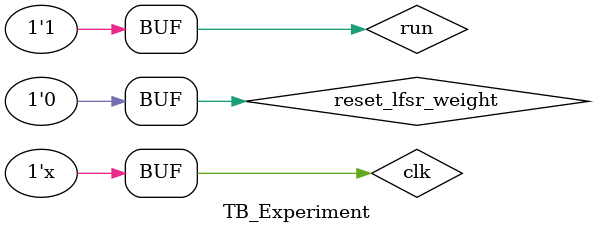
<source format=v>
`timescale 1ns / 1ps


module TB_Experiment;
 
	// Inputs 
	reg clk;
	reg run;
	reg reset_lfsr_weight;

	// Outputs
	wire [1:0] OutVec;

	// Instantiate the Unit Under Test (UUT)
	Experiment uut (
		.clk(clk), 
		.run(run),
		.reset_lfsr_weight(reset_lfsr_weight),
		.OutVec(OutVec)
	);

	initial begin
		// Initialize Inputs
		clk = 0;
		run = 0;
		reset_lfsr_weight=1;
		// Wait 100 ns for global reset to finish
		#100;
		reset_lfsr_weight=0;
		
		//#2700;
		#500;
        run = 1;  
		// Add stimulus here

	end
	
	always
	  #50 clk= !clk ; 
      
      
endmodule


</source>
